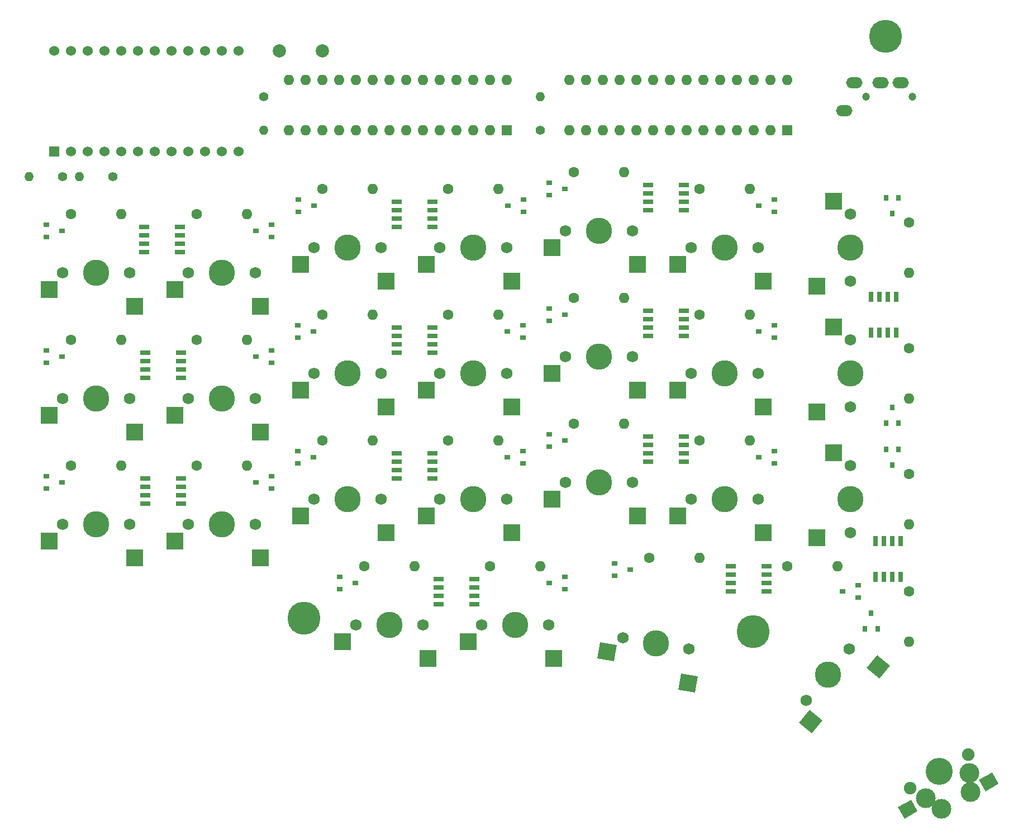
<source format=gbr>
G04 #@! TF.GenerationSoftware,KiCad,Pcbnew,(5.1.2)-1*
G04 #@! TF.CreationDate,2019-11-10T23:35:37+09:00*
G04 #@! TF.ProjectId,pcb2,70636232-2e6b-4696-9361-645f70636258,rev?*
G04 #@! TF.SameCoordinates,Original*
G04 #@! TF.FileFunction,Soldermask,Top*
G04 #@! TF.FilePolarity,Negative*
%FSLAX46Y46*%
G04 Gerber Fmt 4.6, Leading zero omitted, Abs format (unit mm)*
G04 Created by KiCad (PCBNEW (5.1.2)-1) date 2019-11-10 23:35:37*
%MOMM*%
%LPD*%
G04 APERTURE LIST*
%ADD10C,5.000000*%
%ADD11R,0.900000X0.800000*%
%ADD12R,0.800000X0.900000*%
%ADD13R,2.550000X2.500000*%
%ADD14C,1.750000*%
%ADD15C,3.987800*%
%ADD16O,1.600000X1.600000*%
%ADD17C,1.600000*%
%ADD18C,2.000000*%
%ADD19C,0.100000*%
%ADD20C,1.900000*%
%ADD21C,4.100000*%
%ADD22C,3.000000*%
%ADD23C,2.500000*%
%ADD24R,2.500000X2.550000*%
%ADD25R,1.600000X1.600000*%
%ADD26C,1.524000*%
%ADD27R,1.524000X1.524000*%
%ADD28O,1.400000X1.400000*%
%ADD29C,1.400000*%
%ADD30O,2.500000X1.700000*%
%ADD31C,1.200000*%
%ADD32R,1.525000X0.650000*%
%ADD33R,0.650000X1.525000*%
G04 APERTURE END LIST*
D10*
X322834000Y84074000D03*
X302768000Y-6096000D03*
X234696000Y-4064000D03*
D11*
X271850000Y1270000D03*
X274250000Y2220000D03*
X274250000Y320000D03*
D12*
X323850000Y27870000D03*
X324800000Y25470000D03*
X322900000Y25470000D03*
D11*
X303600000Y20320000D03*
X306000000Y21270000D03*
X306000000Y19370000D03*
X242500000Y1270000D03*
X240100000Y320000D03*
X240100000Y2220000D03*
D12*
X323850000Y57220000D03*
X322900000Y59620000D03*
X324800000Y59620000D03*
D11*
X274250000Y22860000D03*
X271850000Y21910000D03*
X271850000Y23810000D03*
X227400000Y16510000D03*
X229800000Y17460000D03*
X229800000Y15560000D03*
X303600000Y58420000D03*
X306000000Y59370000D03*
X306000000Y57470000D03*
X303600000Y39370000D03*
X306000000Y40320000D03*
X306000000Y38420000D03*
X198050000Y16510000D03*
X195650000Y15560000D03*
X195650000Y17460000D03*
X274250000Y60960000D03*
X271850000Y60010000D03*
X271850000Y61910000D03*
X274250000Y41910000D03*
X271850000Y40960000D03*
X271850000Y42860000D03*
D12*
X320675000Y-3245000D03*
X321625000Y-5645000D03*
X319725000Y-5645000D03*
D11*
X265570000Y58420000D03*
X267970000Y59370000D03*
X267970000Y57470000D03*
X265500000Y39370000D03*
X267900000Y40320000D03*
X267900000Y38420000D03*
D12*
X323850000Y19120000D03*
X322900000Y21520000D03*
X324800000Y21520000D03*
D11*
X236220000Y58420000D03*
X233820000Y57470000D03*
X233820000Y59370000D03*
X236150000Y39370000D03*
X233750000Y38420000D03*
X233750000Y40320000D03*
X316300000Y0D03*
X318700000Y950000D03*
X318700000Y-950000D03*
X265500000Y20320000D03*
X267900000Y21270000D03*
X267900000Y19370000D03*
X227400000Y35560000D03*
X229800000Y36510000D03*
X229800000Y34610000D03*
X227400000Y54610000D03*
X229800000Y55560000D03*
X229800000Y53660000D03*
X284156804Y3301055D03*
X281756804Y2351055D03*
X281756804Y4251055D03*
X236150000Y20320000D03*
X233750000Y19370000D03*
X233750000Y21270000D03*
X198050000Y35560000D03*
X195650000Y34610000D03*
X195650000Y36510000D03*
X198050000Y54610000D03*
X195650000Y53660000D03*
X195650000Y55560000D03*
D13*
X209015000Y5080000D03*
X196115000Y7620000D03*
D14*
X208280000Y10160000D03*
X198120000Y10160000D03*
D15*
X203200000Y10160000D03*
D13*
X304265000Y8890000D03*
X291365000Y11430000D03*
D14*
X303530000Y13970000D03*
X293370000Y13970000D03*
D15*
X298450000Y13970000D03*
D13*
X285215000Y30480000D03*
X272315000Y33020000D03*
D14*
X284480000Y35560000D03*
X274320000Y35560000D03*
D15*
X279400000Y35560000D03*
D16*
X226060000Y38100000D03*
D17*
X218440000Y38100000D03*
D13*
X209015000Y24130000D03*
X196115000Y26670000D03*
D14*
X208280000Y29210000D03*
X198120000Y29210000D03*
D15*
X203200000Y29210000D03*
D13*
X253465000Y-10160000D03*
X240565000Y-7620000D03*
D14*
X252730000Y-5080000D03*
X242570000Y-5080000D03*
D15*
X247650000Y-5080000D03*
D13*
X247115000Y8890000D03*
X234215000Y11430000D03*
D14*
X246380000Y13970000D03*
X236220000Y13970000D03*
D15*
X241300000Y13970000D03*
D18*
X338481869Y-28819665D03*
D19*
G36*
X338977798Y-27378640D02*
G01*
X339977798Y-29110690D01*
X337985940Y-30260690D01*
X336985940Y-28528640D01*
X338977798Y-27378640D01*
X338977798Y-27378640D01*
G37*
D20*
X326586115Y-29775615D03*
X335384933Y-24695615D03*
D21*
X330985524Y-27235615D03*
D22*
X335725229Y-30365024D03*
X335555081Y-27530320D03*
X331325819Y-32905024D03*
X328955967Y-31340320D03*
D18*
X326213346Y-32969961D03*
D19*
G36*
X326709275Y-31528936D02*
G01*
X327709275Y-33260986D01*
X325717417Y-34410986D01*
X324717417Y-32678936D01*
X326709275Y-31528936D01*
X326709275Y-31528936D01*
G37*
D23*
X321732733Y-11437916D03*
D19*
G36*
X321870734Y-13218107D02*
G01*
X319955623Y-11611138D01*
X321594732Y-9657725D01*
X323509843Y-11264694D01*
X321870734Y-13218107D01*
X321870734Y-13218107D01*
G37*
D23*
X311495020Y-19687208D03*
D19*
G36*
X311633021Y-21467399D02*
G01*
X309717910Y-19860430D01*
X311357019Y-17907017D01*
X313272130Y-19513986D01*
X311633021Y-21467399D01*
X311633021Y-21467399D01*
G37*
D14*
X317368778Y-8735597D03*
X310838056Y-16518609D03*
D15*
X314103417Y-12627103D03*
D13*
X304265000Y27940000D03*
X291365000Y30480000D03*
D14*
X303530000Y33020000D03*
X293370000Y33020000D03*
D15*
X298450000Y33020000D03*
D24*
X312420000Y27205000D03*
X314960000Y40105000D03*
D14*
X317500000Y27940000D03*
X317500000Y38100000D03*
D15*
X317500000Y33020000D03*
D13*
X228065000Y43180000D03*
X215165000Y45720000D03*
D14*
X227330000Y48260000D03*
X217170000Y48260000D03*
D15*
X222250000Y48260000D03*
D16*
X307975000Y77470000D03*
X274955000Y69850000D03*
X305435000Y77470000D03*
X277495000Y69850000D03*
X302895000Y77470000D03*
X280035000Y69850000D03*
X300355000Y77470000D03*
X282575000Y69850000D03*
X297815000Y77470000D03*
X285115000Y69850000D03*
X295275000Y77470000D03*
X287655000Y69850000D03*
X292735000Y77470000D03*
X290195000Y69850000D03*
X290195000Y77470000D03*
X292735000Y69850000D03*
X287655000Y77470000D03*
X295275000Y69850000D03*
X285115000Y77470000D03*
X297815000Y69850000D03*
X282575000Y77470000D03*
X300355000Y69850000D03*
X280035000Y77470000D03*
X302895000Y69850000D03*
X277495000Y77470000D03*
X305435000Y69850000D03*
X274955000Y77470000D03*
D25*
X307975000Y69850000D03*
D16*
X265430000Y77470000D03*
X232410000Y69850000D03*
X262890000Y77470000D03*
X234950000Y69850000D03*
X260350000Y77470000D03*
X237490000Y69850000D03*
X257810000Y77470000D03*
X240030000Y69850000D03*
X255270000Y77470000D03*
X242570000Y69850000D03*
X252730000Y77470000D03*
X245110000Y69850000D03*
X250190000Y77470000D03*
X247650000Y69850000D03*
X247650000Y77470000D03*
X250190000Y69850000D03*
X245110000Y77470000D03*
X252730000Y69850000D03*
X242570000Y77470000D03*
X255270000Y69850000D03*
X240030000Y77470000D03*
X257810000Y69850000D03*
X237490000Y77470000D03*
X260350000Y69850000D03*
X234950000Y77470000D03*
X262890000Y69850000D03*
X232410000Y77470000D03*
D25*
X265430000Y69850000D03*
D26*
X224790000Y81915000D03*
X222250000Y81915000D03*
X219710000Y81915000D03*
X217170000Y81915000D03*
X214630000Y81915000D03*
X212090000Y81915000D03*
X209550000Y81915000D03*
X207010000Y81915000D03*
X204470000Y81915000D03*
X201930000Y81915000D03*
X199390000Y81915000D03*
X196850000Y81915000D03*
X224790000Y66675000D03*
X222250000Y66675000D03*
X219710000Y66675000D03*
X217170000Y66675000D03*
X214630000Y66675000D03*
X212090000Y66675000D03*
X209550000Y66675000D03*
X207010000Y66675000D03*
X204470000Y66675000D03*
X201930000Y66675000D03*
X199390000Y66675000D03*
D27*
X196850000Y66675000D03*
D13*
X272515000Y-10160000D03*
X259615000Y-7620000D03*
D14*
X271780000Y-5080000D03*
X261620000Y-5080000D03*
D15*
X266700000Y-5080000D03*
D24*
X312427704Y46255000D03*
X314967704Y59155000D03*
D14*
X317507704Y46990000D03*
X317507704Y57150000D03*
D15*
X317507704Y52070000D03*
D13*
X285215000Y11430000D03*
X272315000Y13970000D03*
D14*
X284480000Y16510000D03*
X274320000Y16510000D03*
D15*
X279400000Y16510000D03*
D13*
X228065000Y5080000D03*
X215165000Y7620000D03*
D14*
X227330000Y10160000D03*
X217170000Y10160000D03*
D15*
X222250000Y10160000D03*
D13*
X304265000Y46990000D03*
X291365000Y49530000D03*
D14*
X303530000Y52070000D03*
X293370000Y52070000D03*
D15*
X298450000Y52070000D03*
D13*
X285215000Y49530000D03*
X272315000Y52070000D03*
D14*
X284480000Y54610000D03*
X274320000Y54610000D03*
D15*
X279400000Y54610000D03*
D13*
X266165000Y46990000D03*
X253265000Y49530000D03*
D14*
X265430000Y52070000D03*
X255270000Y52070000D03*
D15*
X260350000Y52070000D03*
D13*
X266165000Y27940000D03*
X253265000Y30480000D03*
D14*
X265430000Y33020000D03*
X255270000Y33020000D03*
D15*
X260350000Y33020000D03*
D24*
X312420000Y8155000D03*
X314960000Y21055000D03*
D14*
X317500000Y8890000D03*
X317500000Y19050000D03*
D15*
X317500000Y13970000D03*
D13*
X247115000Y46990000D03*
X234215000Y49530000D03*
D14*
X246380000Y52070000D03*
X236220000Y52070000D03*
D15*
X241300000Y52070000D03*
D13*
X247115000Y27940000D03*
X234215000Y30480000D03*
D14*
X246380000Y33020000D03*
X236220000Y33020000D03*
D15*
X241300000Y33020000D03*
D13*
X266165000Y8890000D03*
X253265000Y11430000D03*
D14*
X265430000Y13970000D03*
X255270000Y13970000D03*
D15*
X260350000Y13970000D03*
D13*
X228065000Y24130000D03*
X215165000Y26670000D03*
D14*
X227330000Y29210000D03*
X217170000Y29210000D03*
D15*
X222250000Y29210000D03*
D23*
X292902625Y-13865704D03*
D19*
G36*
X291429935Y-14875312D02*
G01*
X291864055Y-12413293D01*
X294375315Y-12856096D01*
X293941195Y-15318115D01*
X291429935Y-14875312D01*
X291429935Y-14875312D01*
G37*
D23*
X280639672Y-9124230D03*
D19*
G36*
X279166982Y-10133838D02*
G01*
X279601102Y-7671819D01*
X282112362Y-8114622D01*
X281678242Y-10576641D01*
X279166982Y-10133838D01*
X279166982Y-10133838D01*
G37*
D14*
X293060924Y-8735249D03*
X283055278Y-6970983D03*
D15*
X288058101Y-7853116D03*
D18*
X230990000Y81915000D03*
X237490000Y81915000D03*
D13*
X209015000Y43180000D03*
X196115000Y45720000D03*
D14*
X208280000Y48260000D03*
X198120000Y48260000D03*
D15*
X203200000Y48260000D03*
D28*
X270510000Y74930000D03*
D29*
X270510000Y69850000D03*
D16*
X251460000Y3810000D03*
D17*
X243840000Y3810000D03*
D16*
X326390000Y48260000D03*
D17*
X326390000Y55880000D03*
D16*
X283210000Y25400000D03*
D17*
X275590000Y25400000D03*
D16*
X207010000Y19050000D03*
D17*
X199390000Y19050000D03*
D16*
X283210000Y63500000D03*
D17*
X275590000Y63500000D03*
D16*
X283210000Y44450000D03*
D17*
X275590000Y44450000D03*
D16*
X326390000Y10160000D03*
D17*
X326390000Y17780000D03*
D16*
X245110000Y60960000D03*
D17*
X237490000Y60960000D03*
D16*
X245110000Y41910000D03*
D17*
X237490000Y41910000D03*
D16*
X294640000Y5080000D03*
D17*
X287020000Y5080000D03*
D16*
X245110000Y22860000D03*
D17*
X237490000Y22860000D03*
D28*
X228600000Y69850000D03*
D29*
X228600000Y74930000D03*
D16*
X207010000Y38100000D03*
D17*
X199390000Y38100000D03*
D16*
X207010000Y57150000D03*
D17*
X199390000Y57150000D03*
D30*
X316620000Y72830000D03*
X318120000Y77030000D03*
X322120000Y77030000D03*
X325120000Y77030000D03*
D31*
X319920000Y74930000D03*
X326920000Y74930000D03*
D32*
X260522000Y1905000D03*
X260522000Y635000D03*
X260522000Y-635000D03*
X260522000Y-1905000D03*
X255098000Y-1905000D03*
X255098000Y-635000D03*
X255098000Y635000D03*
X255098000Y1905000D03*
D33*
X324485000Y39198000D03*
X323215000Y39198000D03*
X321945000Y39198000D03*
X320675000Y39198000D03*
X320675000Y44622000D03*
X321945000Y44622000D03*
X323215000Y44622000D03*
X324485000Y44622000D03*
D32*
X292272000Y23495000D03*
X292272000Y22225000D03*
X292272000Y20955000D03*
X292272000Y19685000D03*
X286848000Y19685000D03*
X286848000Y20955000D03*
X286848000Y22225000D03*
X286848000Y23495000D03*
X216072000Y17145000D03*
X216072000Y15875000D03*
X216072000Y14605000D03*
X216072000Y13335000D03*
X210648000Y13335000D03*
X210648000Y14605000D03*
X210648000Y15875000D03*
X210648000Y17145000D03*
X292272000Y61595000D03*
X292272000Y60325000D03*
X292272000Y59055000D03*
X292272000Y57785000D03*
X286848000Y57785000D03*
X286848000Y59055000D03*
X286848000Y60325000D03*
X286848000Y61595000D03*
X292272000Y42545000D03*
X292272000Y41275000D03*
X292272000Y40005000D03*
X292272000Y38735000D03*
X286848000Y38735000D03*
X286848000Y40005000D03*
X286848000Y41275000D03*
X286848000Y42545000D03*
D33*
X325120000Y2196000D03*
X323850000Y2196000D03*
X322580000Y2196000D03*
X321310000Y2196000D03*
X321310000Y7620000D03*
X322580000Y7620000D03*
X323850000Y7620000D03*
X325120000Y7620000D03*
D32*
X254172000Y59055000D03*
X254172000Y57785000D03*
X254172000Y56515000D03*
X254172000Y55245000D03*
X248748000Y55245000D03*
X248748000Y56515000D03*
X248748000Y57785000D03*
X248748000Y59055000D03*
X254172000Y40005000D03*
X254172000Y38735000D03*
X254172000Y37465000D03*
X254172000Y36195000D03*
X248748000Y36195000D03*
X248748000Y37465000D03*
X248748000Y38735000D03*
X248748000Y40005000D03*
X304800000Y3810000D03*
X304800000Y2540000D03*
X304800000Y1270000D03*
X304800000Y0D03*
X299376000Y0D03*
X299376000Y1270000D03*
X299376000Y2540000D03*
X299376000Y3810000D03*
X254172000Y20955000D03*
X254172000Y19685000D03*
X254172000Y18415000D03*
X254172000Y17145000D03*
X248748000Y17145000D03*
X248748000Y18415000D03*
X248748000Y19685000D03*
X248748000Y20955000D03*
X216072000Y36195000D03*
X216072000Y34925000D03*
X216072000Y33655000D03*
X216072000Y32385000D03*
X210648000Y32385000D03*
X210648000Y33655000D03*
X210648000Y34925000D03*
X210648000Y36195000D03*
X215900000Y55245000D03*
X215900000Y53975000D03*
X215900000Y52705000D03*
X215900000Y51435000D03*
X210476000Y51435000D03*
X210476000Y52705000D03*
X210476000Y53975000D03*
X210476000Y55245000D03*
D16*
X270510000Y3810000D03*
D17*
X262890000Y3810000D03*
D16*
X326390000Y29210000D03*
D17*
X326390000Y36830000D03*
D16*
X302260000Y22860000D03*
D17*
X294640000Y22860000D03*
D16*
X226060000Y19050000D03*
D17*
X218440000Y19050000D03*
D16*
X302260000Y60960000D03*
D17*
X294640000Y60960000D03*
D16*
X302260000Y41910000D03*
D17*
X294640000Y41910000D03*
D16*
X326390000Y-7620000D03*
D17*
X326390000Y0D03*
D16*
X264160000Y60960000D03*
D17*
X256540000Y60960000D03*
D16*
X264160000Y41910000D03*
D17*
X256540000Y41910000D03*
D16*
X315595000Y3810000D03*
D17*
X307975000Y3810000D03*
D16*
X264160000Y22860000D03*
D17*
X256540000Y22860000D03*
D16*
X226060000Y57150000D03*
D17*
X218440000Y57150000D03*
D28*
X193040000Y62865000D03*
D29*
X198120000Y62865000D03*
D28*
X200660000Y62865000D03*
D29*
X205740000Y62865000D03*
M02*

</source>
